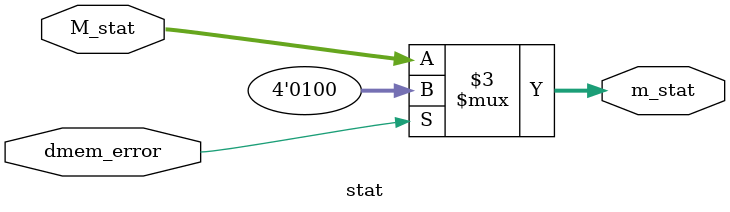
<source format=v>
module Addr(M_valE, M_valA, M_icode, addr);

    input [3:0] M_icode;
    input [63:0] M_valE;
    input [63:0] M_valA;
    output reg [63:0] addr;

    always@(*)
    begin
    case(M_icode)
    4'b1001, 4'b1011:begin
        addr = M_valA;
    end
    4'b0100, 4'b0101, 4'b1001, 4'b1000:begin
        addr = M_valE;
    end
    endcase
    end
endmodule

module mem_read(M_icode, read);

    input [3:0] M_icode;
    output reg read;

    always@(*)begin
        case(M_icode)
        4'b0101, 4'b1011, 4'b1001:begin
            read = 1'b1;
        end
        default: begin
            read = 'b0;
        end
    endcase
    end
endmodule

module mem_write(M_icode, write);

    input [3:0] M_icode;
    output reg write;

    always@(*)begin
        case(M_icode)
        4'b0100, 4'b1010, 4'b1000:begin
            write = 1'b1;
        end
        default: begin
            write = 'b0;
        end
    endcase
    end
endmodule

module data_memory(addr, M_valA, read, write, m_valM, dmem_error);

    input [63:0] addr;
    input [63:0]M_valA;
    input read;
    input write;
    
    output reg [63:0] m_valM;
    output reg dmem_error;

    reg [63:0] mem[1023:0];


    always@(*) begin
        dmem_error = 1'b0; //do i have to initialize 
        if((addr < 0) || (addr > 64'd1023)) begin
            dmem_error=1'b1;
        end else begin

            if(write == 1'b1 & read == 1'b0)begin //double && or &
                mem[addr] = M_valA;
            end

            if(read == 1'b1 & write == 1'b0)begin
                m_valM = mem[addr];
            end
        end
    end
      
endmodule

module stat(M_stat, dmem_error, m_stat);

    input dmem_error;
    input [3:0] M_stat;
    output reg[3:0] m_stat;

    always@(*)begin
        if(dmem_error)begin
            // m_stat[0] = 1'b0;
            // m_stat[1] = 1'b1;
            // m_stat[2] = 1'b0;
            m_stat = 4'b0100;
        end else begin
            m_stat = M_stat;
        end
    end
endmodule

</source>
